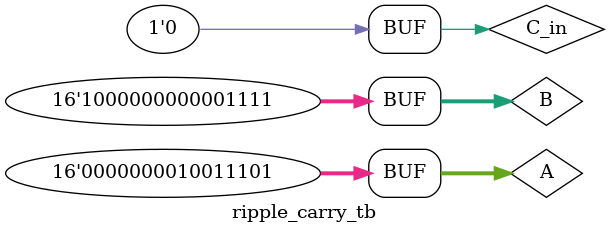
<source format=v>
module ripple_carry_tb;

	reg [15:0]A,B;
	reg C_in;
	wire [15:0] S;
	wire C_out;

	ripple_carry_16bit uut(.a(A), .b(B), .c_in(C_in), .s(S), .c_out(C_out));

	
	initial begin
	A = 0; B= 0; C_in =0;
#100
	C_in = 1'b0;
	A = 16'b1111000011110001;
	B = 16'b1100101000111111;
#100
	C_in = 1'b0;
	A = 16'b1111111111111111;
	B = 16'b1111111111111111;
#100
	C_in = 1'b0;
	A = 16'b1001110010011101;
	B = 16'b1000111111110000;
#100
	C_in = 1'b0;
	A = 16'b1010101010101010;
	B = 16'b0101010101010101;
#100
	C_in = 1'b0;
	A = 16'b1001110010011101;
	B = 16'b1000110001110000;
#100
	C_in = 1'b0;
	A = 16'b1001100010011101;
	B = 16'b1111111111111111;
#100

	C_in = 1'b0;
	A = 16'b1001100010011101;
	B = 16'b00000000111111111;
#100
	C_in = 1'b0;
	A = 16'b1001100010011101;
	B = 16'b0000011111111111;
#100
	C_in = 1'b0;
	A = 16'b0000000010011101;
	B = 16'b1000000000001111;
	end

initial begin
      	$monitor(,$time,"A=%d, B=%d , Sum = %d, C_cout=%d ",A,B,S,C_out);
end


endmodule

</source>
